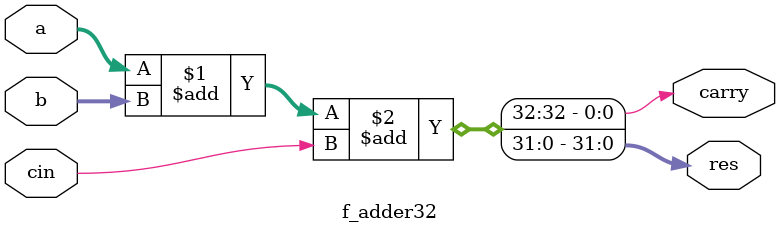
<source format=v>
module f_adder32(carry, res, a, b, cin);
	input [31:0] a, b;
	input cin;
	output carry;
	output [31:0] res;
	assign {carry, res} = a + b + cin;
endmodule

</source>
